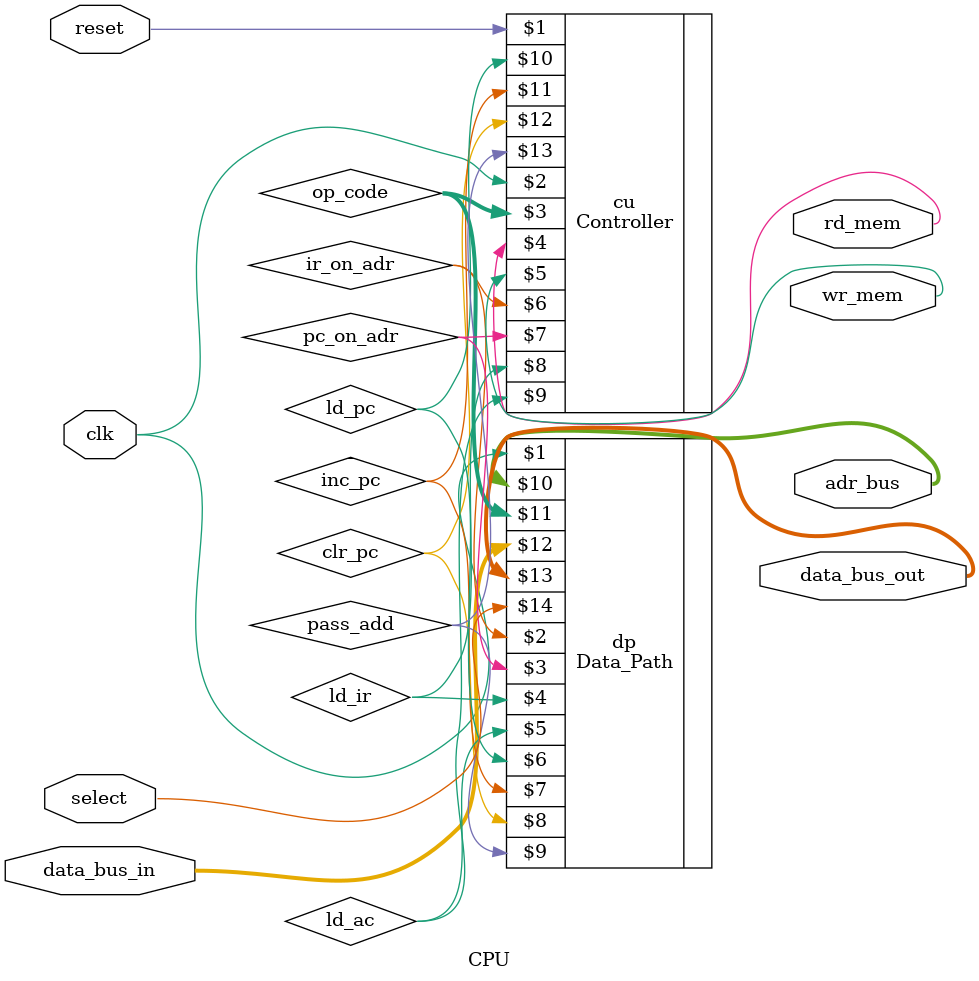
<source format=v>
module CPU( reset, clk, adr_bus, rd_mem, wr_mem, data_bus_in, data_bus_out, select );

input reset;
input clk;
input select;
input [7:0]data_bus_in;
output [5:0]adr_bus;
output rd_mem;
output wr_mem;
output [7:0]data_bus_out;
wire ir_on_adr, pc_on_adr, ld_ir, ld_ac, ld_pc, inc_pc, clr_pc,pass_add;
wire [1:0] op_code;

Controller cu ( reset, clk, op_code, rd_mem, wr_mem, ir_on_adr, 
                pc_on_adr, ld_ir, ld_ac, ld_pc, inc_pc, clr_pc, 
                pass_add );
                
Data_Path dp ( clk, ir_on_adr, pc_on_adr, ld_ir, ld_ac, ld_pc, inc_pc, 
              clr_pc, pass_add, adr_bus, op_code, data_bus_in, 
              data_bus_out,select );
   
endmodule







</source>
